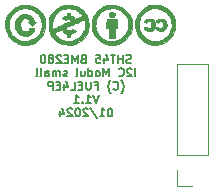
<source format=gbr>
%TF.GenerationSoftware,KiCad,Pcbnew,6.0.11-2627ca5db0~126~ubuntu22.04.1*%
%TF.CreationDate,2024-01-15T10:29:38+01:00*%
%TF.ProjectId,I2C_Module_SHT45_BME280_small_FUEL4EP,4932435f-4d6f-4647-956c-655f53485434,V1.1*%
%TF.SameCoordinates,Original*%
%TF.FileFunction,Legend,Bot*%
%TF.FilePolarity,Positive*%
%FSLAX46Y46*%
G04 Gerber Fmt 4.6, Leading zero omitted, Abs format (unit mm)*
G04 Created by KiCad (PCBNEW 6.0.11-2627ca5db0~126~ubuntu22.04.1) date 2024-01-15 10:29:38*
%MOMM*%
%LPD*%
G01*
G04 APERTURE LIST*
%ADD10C,0.152400*%
%ADD11C,0.120000*%
%ADD12C,0.010000*%
%ADD13R,1.700000X1.700000*%
%ADD14O,1.700000X1.700000*%
G04 APERTURE END LIST*
D10*
X14628333Y11114666D02*
X14528333Y11081333D01*
X14361666Y11081333D01*
X14295000Y11114666D01*
X14261666Y11148000D01*
X14228333Y11214666D01*
X14228333Y11281333D01*
X14261666Y11348000D01*
X14295000Y11381333D01*
X14361666Y11414666D01*
X14495000Y11448000D01*
X14561666Y11481333D01*
X14595000Y11514666D01*
X14628333Y11581333D01*
X14628333Y11648000D01*
X14595000Y11714666D01*
X14561666Y11748000D01*
X14495000Y11781333D01*
X14328333Y11781333D01*
X14228333Y11748000D01*
X13928333Y11081333D02*
X13928333Y11781333D01*
X13928333Y11448000D02*
X13528333Y11448000D01*
X13528333Y11081333D02*
X13528333Y11781333D01*
X13295000Y11781333D02*
X12895000Y11781333D01*
X13095000Y11081333D02*
X13095000Y11781333D01*
X12361666Y11548000D02*
X12361666Y11081333D01*
X12528333Y11814666D02*
X12695000Y11314666D01*
X12261666Y11314666D01*
X11661666Y11781333D02*
X11995000Y11781333D01*
X12028333Y11448000D01*
X11995000Y11481333D01*
X11928333Y11514666D01*
X11761666Y11514666D01*
X11695000Y11481333D01*
X11661666Y11448000D01*
X11628333Y11381333D01*
X11628333Y11214666D01*
X11661666Y11148000D01*
X11695000Y11114666D01*
X11761666Y11081333D01*
X11928333Y11081333D01*
X11995000Y11114666D01*
X12028333Y11148000D01*
X10561666Y11448000D02*
X10461666Y11414666D01*
X10428333Y11381333D01*
X10395000Y11314666D01*
X10395000Y11214666D01*
X10428333Y11148000D01*
X10461666Y11114666D01*
X10528333Y11081333D01*
X10795000Y11081333D01*
X10795000Y11781333D01*
X10561666Y11781333D01*
X10495000Y11748000D01*
X10461666Y11714666D01*
X10428333Y11648000D01*
X10428333Y11581333D01*
X10461666Y11514666D01*
X10495000Y11481333D01*
X10561666Y11448000D01*
X10795000Y11448000D01*
X10095000Y11081333D02*
X10095000Y11781333D01*
X9861666Y11281333D01*
X9628333Y11781333D01*
X9628333Y11081333D01*
X9295000Y11448000D02*
X9061666Y11448000D01*
X8961666Y11081333D02*
X9295000Y11081333D01*
X9295000Y11781333D01*
X8961666Y11781333D01*
X8695000Y11714666D02*
X8661666Y11748000D01*
X8595000Y11781333D01*
X8428333Y11781333D01*
X8361666Y11748000D01*
X8328333Y11714666D01*
X8295000Y11648000D01*
X8295000Y11581333D01*
X8328333Y11481333D01*
X8728333Y11081333D01*
X8295000Y11081333D01*
X7895000Y11481333D02*
X7961666Y11514666D01*
X7995000Y11548000D01*
X8028333Y11614666D01*
X8028333Y11648000D01*
X7995000Y11714666D01*
X7961666Y11748000D01*
X7895000Y11781333D01*
X7761666Y11781333D01*
X7695000Y11748000D01*
X7661666Y11714666D01*
X7628333Y11648000D01*
X7628333Y11614666D01*
X7661666Y11548000D01*
X7695000Y11514666D01*
X7761666Y11481333D01*
X7895000Y11481333D01*
X7961666Y11448000D01*
X7995000Y11414666D01*
X8028333Y11348000D01*
X8028333Y11214666D01*
X7995000Y11148000D01*
X7961666Y11114666D01*
X7895000Y11081333D01*
X7761666Y11081333D01*
X7695000Y11114666D01*
X7661666Y11148000D01*
X7628333Y11214666D01*
X7628333Y11348000D01*
X7661666Y11414666D01*
X7695000Y11448000D01*
X7761666Y11481333D01*
X7195000Y11781333D02*
X7128333Y11781333D01*
X7061666Y11748000D01*
X7028333Y11714666D01*
X6995000Y11648000D01*
X6961666Y11514666D01*
X6961666Y11348000D01*
X6995000Y11214666D01*
X7028333Y11148000D01*
X7061666Y11114666D01*
X7128333Y11081333D01*
X7195000Y11081333D01*
X7261666Y11114666D01*
X7295000Y11148000D01*
X7328333Y11214666D01*
X7361666Y11348000D01*
X7361666Y11514666D01*
X7328333Y11648000D01*
X7295000Y11714666D01*
X7261666Y11748000D01*
X7195000Y11781333D01*
X14978333Y9954333D02*
X14978333Y10654333D01*
X14678333Y10587666D02*
X14645000Y10621000D01*
X14578333Y10654333D01*
X14411666Y10654333D01*
X14345000Y10621000D01*
X14311666Y10587666D01*
X14278333Y10521000D01*
X14278333Y10454333D01*
X14311666Y10354333D01*
X14711666Y9954333D01*
X14278333Y9954333D01*
X13578333Y10021000D02*
X13611666Y9987666D01*
X13711666Y9954333D01*
X13778333Y9954333D01*
X13878333Y9987666D01*
X13945000Y10054333D01*
X13978333Y10121000D01*
X14011666Y10254333D01*
X14011666Y10354333D01*
X13978333Y10487666D01*
X13945000Y10554333D01*
X13878333Y10621000D01*
X13778333Y10654333D01*
X13711666Y10654333D01*
X13611666Y10621000D01*
X13578333Y10587666D01*
X12745000Y9954333D02*
X12745000Y10654333D01*
X12511666Y10154333D01*
X12278333Y10654333D01*
X12278333Y9954333D01*
X11845000Y9954333D02*
X11911666Y9987666D01*
X11945000Y10021000D01*
X11978333Y10087666D01*
X11978333Y10287666D01*
X11945000Y10354333D01*
X11911666Y10387666D01*
X11845000Y10421000D01*
X11745000Y10421000D01*
X11678333Y10387666D01*
X11645000Y10354333D01*
X11611666Y10287666D01*
X11611666Y10087666D01*
X11645000Y10021000D01*
X11678333Y9987666D01*
X11745000Y9954333D01*
X11845000Y9954333D01*
X11011666Y9954333D02*
X11011666Y10654333D01*
X11011666Y9987666D02*
X11078333Y9954333D01*
X11211666Y9954333D01*
X11278333Y9987666D01*
X11311666Y10021000D01*
X11345000Y10087666D01*
X11345000Y10287666D01*
X11311666Y10354333D01*
X11278333Y10387666D01*
X11211666Y10421000D01*
X11078333Y10421000D01*
X11011666Y10387666D01*
X10378333Y10421000D02*
X10378333Y9954333D01*
X10678333Y10421000D02*
X10678333Y10054333D01*
X10645000Y9987666D01*
X10578333Y9954333D01*
X10478333Y9954333D01*
X10411666Y9987666D01*
X10378333Y10021000D01*
X9945000Y9954333D02*
X10011666Y9987666D01*
X10045000Y10054333D01*
X10045000Y10654333D01*
X9178333Y9987666D02*
X9111666Y9954333D01*
X8978333Y9954333D01*
X8911666Y9987666D01*
X8878333Y10054333D01*
X8878333Y10087666D01*
X8911666Y10154333D01*
X8978333Y10187666D01*
X9078333Y10187666D01*
X9145000Y10221000D01*
X9178333Y10287666D01*
X9178333Y10321000D01*
X9145000Y10387666D01*
X9078333Y10421000D01*
X8978333Y10421000D01*
X8911666Y10387666D01*
X8578333Y9954333D02*
X8578333Y10421000D01*
X8578333Y10354333D02*
X8545000Y10387666D01*
X8478333Y10421000D01*
X8378333Y10421000D01*
X8311666Y10387666D01*
X8278333Y10321000D01*
X8278333Y9954333D01*
X8278333Y10321000D02*
X8245000Y10387666D01*
X8178333Y10421000D01*
X8078333Y10421000D01*
X8011666Y10387666D01*
X7978333Y10321000D01*
X7978333Y9954333D01*
X7345000Y9954333D02*
X7345000Y10321000D01*
X7378333Y10387666D01*
X7445000Y10421000D01*
X7578333Y10421000D01*
X7645000Y10387666D01*
X7345000Y9987666D02*
X7411666Y9954333D01*
X7578333Y9954333D01*
X7645000Y9987666D01*
X7678333Y10054333D01*
X7678333Y10121000D01*
X7645000Y10187666D01*
X7578333Y10221000D01*
X7411666Y10221000D01*
X7345000Y10254333D01*
X6911666Y9954333D02*
X6978333Y9987666D01*
X7011666Y10054333D01*
X7011666Y10654333D01*
X6545000Y9954333D02*
X6611666Y9987666D01*
X6645000Y10054333D01*
X6645000Y10654333D01*
X13778333Y8560666D02*
X13811666Y8594000D01*
X13878333Y8694000D01*
X13911666Y8760666D01*
X13945000Y8860666D01*
X13978333Y9027333D01*
X13978333Y9160666D01*
X13945000Y9327333D01*
X13911666Y9427333D01*
X13878333Y9494000D01*
X13811666Y9594000D01*
X13778333Y9627333D01*
X13111666Y8894000D02*
X13145000Y8860666D01*
X13245000Y8827333D01*
X13311666Y8827333D01*
X13411666Y8860666D01*
X13478333Y8927333D01*
X13511666Y8994000D01*
X13545000Y9127333D01*
X13545000Y9227333D01*
X13511666Y9360666D01*
X13478333Y9427333D01*
X13411666Y9494000D01*
X13311666Y9527333D01*
X13245000Y9527333D01*
X13145000Y9494000D01*
X13111666Y9460666D01*
X12878333Y8560666D02*
X12845000Y8594000D01*
X12778333Y8694000D01*
X12745000Y8760666D01*
X12711666Y8860666D01*
X12678333Y9027333D01*
X12678333Y9160666D01*
X12711666Y9327333D01*
X12745000Y9427333D01*
X12778333Y9494000D01*
X12845000Y9594000D01*
X12878333Y9627333D01*
X11578333Y9194000D02*
X11811666Y9194000D01*
X11811666Y8827333D02*
X11811666Y9527333D01*
X11478333Y9527333D01*
X11211666Y9527333D02*
X11211666Y8960666D01*
X11178333Y8894000D01*
X11145000Y8860666D01*
X11078333Y8827333D01*
X10945000Y8827333D01*
X10878333Y8860666D01*
X10845000Y8894000D01*
X10811666Y8960666D01*
X10811666Y9527333D01*
X10478333Y9194000D02*
X10245000Y9194000D01*
X10145000Y8827333D02*
X10478333Y8827333D01*
X10478333Y9527333D01*
X10145000Y9527333D01*
X9511666Y8827333D02*
X9845000Y8827333D01*
X9845000Y9527333D01*
X8978333Y9294000D02*
X8978333Y8827333D01*
X9145000Y9560666D02*
X9311666Y9060666D01*
X8878333Y9060666D01*
X8611666Y9194000D02*
X8378333Y9194000D01*
X8278333Y8827333D02*
X8611666Y8827333D01*
X8611666Y9527333D01*
X8278333Y9527333D01*
X7978333Y8827333D02*
X7978333Y9527333D01*
X7711666Y9527333D01*
X7645000Y9494000D01*
X7611666Y9460666D01*
X7578333Y9394000D01*
X7578333Y9294000D01*
X7611666Y9227333D01*
X7645000Y9194000D01*
X7711666Y9160666D01*
X7978333Y9160666D01*
X11861666Y8400333D02*
X11628333Y7700333D01*
X11395000Y8400333D01*
X10795000Y7700333D02*
X11195000Y7700333D01*
X10995000Y7700333D02*
X10995000Y8400333D01*
X11061666Y8300333D01*
X11128333Y8233666D01*
X11195000Y8200333D01*
X10495000Y7767000D02*
X10461666Y7733666D01*
X10495000Y7700333D01*
X10528333Y7733666D01*
X10495000Y7767000D01*
X10495000Y7700333D01*
X9795000Y7700333D02*
X10195000Y7700333D01*
X9995000Y7700333D02*
X9995000Y8400333D01*
X10061666Y8300333D01*
X10128333Y8233666D01*
X10195000Y8200333D01*
X12861666Y7273333D02*
X12795000Y7273333D01*
X12728333Y7240000D01*
X12695000Y7206666D01*
X12661666Y7140000D01*
X12628333Y7006666D01*
X12628333Y6840000D01*
X12661666Y6706666D01*
X12695000Y6640000D01*
X12728333Y6606666D01*
X12795000Y6573333D01*
X12861666Y6573333D01*
X12928333Y6606666D01*
X12961666Y6640000D01*
X12995000Y6706666D01*
X13028333Y6840000D01*
X13028333Y7006666D01*
X12995000Y7140000D01*
X12961666Y7206666D01*
X12928333Y7240000D01*
X12861666Y7273333D01*
X11961666Y6573333D02*
X12361666Y6573333D01*
X12161666Y6573333D02*
X12161666Y7273333D01*
X12228333Y7173333D01*
X12295000Y7106666D01*
X12361666Y7073333D01*
X11161666Y7306666D02*
X11761666Y6406666D01*
X10961666Y7206666D02*
X10928333Y7240000D01*
X10861666Y7273333D01*
X10695000Y7273333D01*
X10628333Y7240000D01*
X10595000Y7206666D01*
X10561666Y7140000D01*
X10561666Y7073333D01*
X10595000Y6973333D01*
X10995000Y6573333D01*
X10561666Y6573333D01*
X10128333Y7273333D02*
X10061666Y7273333D01*
X9995000Y7240000D01*
X9961666Y7206666D01*
X9928333Y7140000D01*
X9895000Y7006666D01*
X9895000Y6840000D01*
X9928333Y6706666D01*
X9961666Y6640000D01*
X9995000Y6606666D01*
X10061666Y6573333D01*
X10128333Y6573333D01*
X10195000Y6606666D01*
X10228333Y6640000D01*
X10261666Y6706666D01*
X10295000Y6840000D01*
X10295000Y7006666D01*
X10261666Y7140000D01*
X10228333Y7206666D01*
X10195000Y7240000D01*
X10128333Y7273333D01*
X9628333Y7206666D02*
X9595000Y7240000D01*
X9528333Y7273333D01*
X9361666Y7273333D01*
X9295000Y7240000D01*
X9261666Y7206666D01*
X9228333Y7140000D01*
X9228333Y7073333D01*
X9261666Y6973333D01*
X9661666Y6573333D01*
X9228333Y6573333D01*
X8628333Y7040000D02*
X8628333Y6573333D01*
X8795000Y7306666D02*
X8961666Y6806666D01*
X8528333Y6806666D01*
D11*
%TO.C,J1*%
X21142000Y3302000D02*
X21142000Y10982000D01*
X18482000Y3302000D02*
X21142000Y3302000D01*
X18482000Y2032000D02*
X18482000Y702000D01*
X18482000Y10982000D02*
X21142000Y10982000D01*
X18482000Y3302000D02*
X18482000Y10982000D01*
X18482000Y702000D02*
X19812000Y702000D01*
%TO.C,LOGO1*%
G36*
X16305130Y14842360D02*
G01*
X16326323Y14835924D01*
X16429868Y14783217D01*
X16520396Y14701781D01*
X16590807Y14597699D01*
X16598354Y14582753D01*
X16622806Y14527873D01*
X16636852Y14477179D01*
X16643255Y14417199D01*
X16644776Y14334466D01*
X16644772Y14329224D01*
X16642834Y14246197D01*
X16635545Y14185024D01*
X16620270Y14132083D01*
X16594378Y14073751D01*
X16529645Y13972070D01*
X16438540Y13887716D01*
X16328572Y13833507D01*
X16242730Y13814967D01*
X16120788Y13811762D01*
X16000046Y13830822D01*
X15895126Y13870886D01*
X15881872Y13878476D01*
X15826161Y13917384D01*
X15773453Y13963472D01*
X15730432Y14009745D01*
X15703781Y14049211D01*
X15700183Y14074876D01*
X15711268Y14084235D01*
X15748190Y14106104D01*
X15800054Y14132174D01*
X15890776Y14174665D01*
X15953066Y14108618D01*
X15971506Y14089600D01*
X16009513Y14058752D01*
X16050027Y14045436D01*
X16109860Y14042571D01*
X16115733Y14042587D01*
X16175968Y14046719D01*
X16217400Y14062031D01*
X16255925Y14094133D01*
X16304182Y14165098D01*
X16333294Y14257068D01*
X16341591Y14358448D01*
X16328204Y14458439D01*
X16292265Y14546244D01*
X16263866Y14581532D01*
X16199094Y14622287D01*
X16123499Y14635630D01*
X16048397Y14618221D01*
X16045336Y14616727D01*
X15993814Y14583366D01*
X15953776Y14544653D01*
X15920357Y14500271D01*
X15817358Y14552230D01*
X15768001Y14578330D01*
X15725131Y14603659D01*
X15705165Y14619063D01*
X15705184Y14636019D01*
X15726081Y14672093D01*
X15764988Y14716166D01*
X15815115Y14760823D01*
X15869669Y14798651D01*
X15902924Y14814993D01*
X15994550Y14842246D01*
X16101138Y14856796D01*
X16209170Y14857286D01*
X16305130Y14842360D01*
G37*
D12*
X16305130Y14842360D02*
X16326323Y14835924D01*
X16429868Y14783217D01*
X16520396Y14701781D01*
X16590807Y14597699D01*
X16598354Y14582753D01*
X16622806Y14527873D01*
X16636852Y14477179D01*
X16643255Y14417199D01*
X16644776Y14334466D01*
X16644772Y14329224D01*
X16642834Y14246197D01*
X16635545Y14185024D01*
X16620270Y14132083D01*
X16594378Y14073751D01*
X16529645Y13972070D01*
X16438540Y13887716D01*
X16328572Y13833507D01*
X16242730Y13814967D01*
X16120788Y13811762D01*
X16000046Y13830822D01*
X15895126Y13870886D01*
X15881872Y13878476D01*
X15826161Y13917384D01*
X15773453Y13963472D01*
X15730432Y14009745D01*
X15703781Y14049211D01*
X15700183Y14074876D01*
X15711268Y14084235D01*
X15748190Y14106104D01*
X15800054Y14132174D01*
X15890776Y14174665D01*
X15953066Y14108618D01*
X15971506Y14089600D01*
X16009513Y14058752D01*
X16050027Y14045436D01*
X16109860Y14042571D01*
X16115733Y14042587D01*
X16175968Y14046719D01*
X16217400Y14062031D01*
X16255925Y14094133D01*
X16304182Y14165098D01*
X16333294Y14257068D01*
X16341591Y14358448D01*
X16328204Y14458439D01*
X16292265Y14546244D01*
X16263866Y14581532D01*
X16199094Y14622287D01*
X16123499Y14635630D01*
X16048397Y14618221D01*
X16045336Y14616727D01*
X15993814Y14583366D01*
X15953776Y14544653D01*
X15920357Y14500271D01*
X15817358Y14552230D01*
X15768001Y14578330D01*
X15725131Y14603659D01*
X15705165Y14619063D01*
X15705184Y14636019D01*
X15726081Y14672093D01*
X15764988Y14716166D01*
X15815115Y14760823D01*
X15869669Y14798651D01*
X15902924Y14814993D01*
X15994550Y14842246D01*
X16101138Y14856796D01*
X16209170Y14857286D01*
X16305130Y14842360D01*
G36*
X11024227Y14135195D02*
G01*
X11011240Y14027670D01*
X10988542Y13921890D01*
X10954817Y13806714D01*
X10884692Y13628426D01*
X10771378Y13425547D01*
X10630020Y13238542D01*
X10464369Y13070679D01*
X10278176Y12925226D01*
X10075193Y12805450D01*
X9859169Y12714619D01*
X9633857Y12656000D01*
X9474262Y12635621D01*
X9238059Y12633744D01*
X9000989Y12663474D01*
X8771724Y12724124D01*
X8641117Y12774351D01*
X8464135Y12864749D01*
X8296822Y12979851D01*
X8130556Y13125048D01*
X8125904Y13129532D01*
X7965616Y13304698D01*
X7838282Y13489850D01*
X7768402Y13633579D01*
X8119693Y13633579D01*
X8143568Y13586785D01*
X8188539Y13524332D01*
X8251663Y13450332D01*
X8329995Y13368895D01*
X8332648Y13366283D01*
X8467326Y13244738D01*
X8600386Y13149399D01*
X8743548Y13072957D01*
X8908535Y13008103D01*
X8943764Y12996913D01*
X9005111Y12982206D01*
X9075579Y12972127D01*
X9164217Y12965538D01*
X9280072Y12961299D01*
X9388452Y12959818D01*
X9513948Y12963885D01*
X9620907Y12976810D01*
X9719375Y13000556D01*
X9819396Y13037081D01*
X9931015Y13088346D01*
X9968274Y13107239D01*
X10161274Y13227601D01*
X10328369Y13373255D01*
X10470253Y13544895D01*
X10587621Y13743214D01*
X10638522Y13856357D01*
X10686672Y14005589D01*
X10713568Y14161972D01*
X10722114Y14338347D01*
X10722026Y14354139D01*
X10718101Y14442544D01*
X10709288Y14534325D01*
X10696877Y14621558D01*
X10682154Y14696314D01*
X10666406Y14750671D01*
X10650921Y14776700D01*
X10650554Y14776775D01*
X10629369Y14769906D01*
X10579495Y14750240D01*
X10505020Y14719552D01*
X10410031Y14679618D01*
X10298615Y14632213D01*
X10174860Y14579113D01*
X10042855Y14522093D01*
X9906685Y14462929D01*
X9770440Y14403397D01*
X9638207Y14345272D01*
X9514074Y14290330D01*
X9402127Y14240346D01*
X9306455Y14197095D01*
X9231145Y14162354D01*
X9180286Y14137898D01*
X9156677Y14125395D01*
X9129860Y14103487D01*
X9118891Y14071870D01*
X9116786Y14017280D01*
X9116786Y14016263D01*
X9120294Y13958233D01*
X9134228Y13921939D01*
X9163917Y13893371D01*
X9216592Y13868618D01*
X9298174Y13857343D01*
X9391703Y13863921D01*
X9487567Y13886738D01*
X9576156Y13924180D01*
X9647860Y13974633D01*
X9689529Y14013778D01*
X9810149Y13893159D01*
X9930769Y13772539D01*
X9886634Y13735403D01*
X9822539Y13690317D01*
X9724090Y13639186D01*
X9619325Y13599560D01*
X9524334Y13578411D01*
X9417642Y13566340D01*
X9407072Y13307786D01*
X9211747Y13307786D01*
X9209624Y13433546D01*
X9207500Y13559306D01*
X9121792Y13581225D01*
X9003069Y13624825D01*
X8896592Y13692383D01*
X8814131Y13777762D01*
X8761300Y13876365D01*
X8759542Y13881274D01*
X8742537Y13918469D01*
X8728653Y13933714D01*
X8707091Y13926648D01*
X8659151Y13907208D01*
X8591484Y13878354D01*
X8510700Y13843045D01*
X8423405Y13804242D01*
X8336208Y13764903D01*
X8255718Y13727988D01*
X8188543Y13696456D01*
X8141290Y13673268D01*
X8120569Y13661381D01*
X8119858Y13660604D01*
X8119693Y13633579D01*
X7768402Y13633579D01*
X7740977Y13689986D01*
X7670772Y13910104D01*
X7660545Y13956016D01*
X7638830Y14107650D01*
X7629034Y14276358D01*
X7630288Y14378907D01*
X7933473Y14378907D01*
X7935989Y14200265D01*
X7958171Y14038036D01*
X7971258Y14003817D01*
X7989508Y13988531D01*
X7990351Y13988651D01*
X8014909Y13997612D01*
X8067911Y14019502D01*
X8145250Y14052492D01*
X8242816Y14094752D01*
X8356499Y14144453D01*
X8482191Y14199764D01*
X8615782Y14258858D01*
X8753163Y14319904D01*
X8890225Y14381073D01*
X9022858Y14440536D01*
X9146954Y14496462D01*
X9258404Y14547024D01*
X9353097Y14590390D01*
X9426925Y14624733D01*
X9475780Y14648221D01*
X9495550Y14659027D01*
X9503080Y14681936D01*
X9499440Y14722796D01*
X9477866Y14762481D01*
X9426805Y14797104D01*
X9355078Y14815512D01*
X9269525Y14816989D01*
X9176987Y14800818D01*
X9084304Y14766283D01*
X8998379Y14724537D01*
X8779617Y14940643D01*
X8829615Y14980703D01*
X8836416Y14985867D01*
X8896686Y15020466D01*
X8977556Y15054976D01*
X9065886Y15084338D01*
X9148536Y15103492D01*
X9216572Y15114644D01*
X9216572Y15367000D01*
X9416143Y15367000D01*
X9416143Y15240346D01*
X9416231Y15206343D01*
X9418150Y15153453D01*
X9425003Y15124300D01*
X9439921Y15110245D01*
X9466036Y15102645D01*
X9526204Y15087222D01*
X9653212Y15036016D01*
X9749521Y14966262D01*
X9814740Y14878213D01*
X9851466Y14806224D01*
X10055626Y14897080D01*
X10131024Y14930548D01*
X10224871Y14972009D01*
X10309509Y15009202D01*
X10372978Y15036861D01*
X10373456Y15037068D01*
X10430278Y15064385D01*
X10470834Y15089069D01*
X10486370Y15105798D01*
X10473662Y15133075D01*
X10438369Y15178246D01*
X10385972Y15235813D01*
X10321956Y15300424D01*
X10251806Y15366730D01*
X10181006Y15429380D01*
X10115043Y15483024D01*
X10059399Y15522312D01*
X10030134Y15540011D01*
X9837339Y15632978D01*
X9631585Y15695119D01*
X9418437Y15725978D01*
X9203457Y15725100D01*
X8992208Y15692028D01*
X8790252Y15626307D01*
X8630805Y15544762D01*
X8465478Y15428488D01*
X8314527Y15289372D01*
X8183428Y15133210D01*
X8077659Y14965798D01*
X8002697Y14792931D01*
X7984247Y14731230D01*
X7949826Y14560412D01*
X7933473Y14378907D01*
X7630288Y14378907D01*
X7631149Y14449346D01*
X7645172Y14613819D01*
X7671098Y14756983D01*
X7682903Y14801855D01*
X7765330Y15032233D01*
X7879435Y15246326D01*
X8023523Y15441769D01*
X8195901Y15616197D01*
X8394874Y15767245D01*
X8498162Y15828988D01*
X8709759Y15924957D01*
X8936036Y15991843D01*
X9171503Y16028952D01*
X9410671Y16035590D01*
X9648051Y16011064D01*
X9878154Y15954681D01*
X9994511Y15910483D01*
X10178682Y15815061D01*
X10357717Y15692616D01*
X10524261Y15548408D01*
X10670957Y15387698D01*
X10792681Y15218877D01*
X10854271Y15105798D01*
X10891731Y15037021D01*
X10962013Y14845986D01*
X11005955Y14639086D01*
X11025984Y14409632D01*
X11026327Y14400056D01*
X11027391Y14338347D01*
X11028817Y14255610D01*
X11024227Y14135195D01*
G37*
X11024227Y14135195D02*
X11011240Y14027670D01*
X10988542Y13921890D01*
X10954817Y13806714D01*
X10884692Y13628426D01*
X10771378Y13425547D01*
X10630020Y13238542D01*
X10464369Y13070679D01*
X10278176Y12925226D01*
X10075193Y12805450D01*
X9859169Y12714619D01*
X9633857Y12656000D01*
X9474262Y12635621D01*
X9238059Y12633744D01*
X9000989Y12663474D01*
X8771724Y12724124D01*
X8641117Y12774351D01*
X8464135Y12864749D01*
X8296822Y12979851D01*
X8130556Y13125048D01*
X8125904Y13129532D01*
X7965616Y13304698D01*
X7838282Y13489850D01*
X7768402Y13633579D01*
X8119693Y13633579D01*
X8143568Y13586785D01*
X8188539Y13524332D01*
X8251663Y13450332D01*
X8329995Y13368895D01*
X8332648Y13366283D01*
X8467326Y13244738D01*
X8600386Y13149399D01*
X8743548Y13072957D01*
X8908535Y13008103D01*
X8943764Y12996913D01*
X9005111Y12982206D01*
X9075579Y12972127D01*
X9164217Y12965538D01*
X9280072Y12961299D01*
X9388452Y12959818D01*
X9513948Y12963885D01*
X9620907Y12976810D01*
X9719375Y13000556D01*
X9819396Y13037081D01*
X9931015Y13088346D01*
X9968274Y13107239D01*
X10161274Y13227601D01*
X10328369Y13373255D01*
X10470253Y13544895D01*
X10587621Y13743214D01*
X10638522Y13856357D01*
X10686672Y14005589D01*
X10713568Y14161972D01*
X10722114Y14338347D01*
X10722026Y14354139D01*
X10718101Y14442544D01*
X10709288Y14534325D01*
X10696877Y14621558D01*
X10682154Y14696314D01*
X10666406Y14750671D01*
X10650921Y14776700D01*
X10650554Y14776775D01*
X10629369Y14769906D01*
X10579495Y14750240D01*
X10505020Y14719552D01*
X10410031Y14679618D01*
X10298615Y14632213D01*
X10174860Y14579113D01*
X10042855Y14522093D01*
X9906685Y14462929D01*
X9770440Y14403397D01*
X9638207Y14345272D01*
X9514074Y14290330D01*
X9402127Y14240346D01*
X9306455Y14197095D01*
X9231145Y14162354D01*
X9180286Y14137898D01*
X9156677Y14125395D01*
X9129860Y14103487D01*
X9118891Y14071870D01*
X9116786Y14017280D01*
X9116786Y14016263D01*
X9120294Y13958233D01*
X9134228Y13921939D01*
X9163917Y13893371D01*
X9216592Y13868618D01*
X9298174Y13857343D01*
X9391703Y13863921D01*
X9487567Y13886738D01*
X9576156Y13924180D01*
X9647860Y13974633D01*
X9689529Y14013778D01*
X9810149Y13893159D01*
X9930769Y13772539D01*
X9886634Y13735403D01*
X9822539Y13690317D01*
X9724090Y13639186D01*
X9619325Y13599560D01*
X9524334Y13578411D01*
X9417642Y13566340D01*
X9407072Y13307786D01*
X9211747Y13307786D01*
X9209624Y13433546D01*
X9207500Y13559306D01*
X9121792Y13581225D01*
X9003069Y13624825D01*
X8896592Y13692383D01*
X8814131Y13777762D01*
X8761300Y13876365D01*
X8759542Y13881274D01*
X8742537Y13918469D01*
X8728653Y13933714D01*
X8707091Y13926648D01*
X8659151Y13907208D01*
X8591484Y13878354D01*
X8510700Y13843045D01*
X8423405Y13804242D01*
X8336208Y13764903D01*
X8255718Y13727988D01*
X8188543Y13696456D01*
X8141290Y13673268D01*
X8120569Y13661381D01*
X8119858Y13660604D01*
X8119693Y13633579D01*
X7768402Y13633579D01*
X7740977Y13689986D01*
X7670772Y13910104D01*
X7660545Y13956016D01*
X7638830Y14107650D01*
X7629034Y14276358D01*
X7630288Y14378907D01*
X7933473Y14378907D01*
X7935989Y14200265D01*
X7958171Y14038036D01*
X7971258Y14003817D01*
X7989508Y13988531D01*
X7990351Y13988651D01*
X8014909Y13997612D01*
X8067911Y14019502D01*
X8145250Y14052492D01*
X8242816Y14094752D01*
X8356499Y14144453D01*
X8482191Y14199764D01*
X8615782Y14258858D01*
X8753163Y14319904D01*
X8890225Y14381073D01*
X9022858Y14440536D01*
X9146954Y14496462D01*
X9258404Y14547024D01*
X9353097Y14590390D01*
X9426925Y14624733D01*
X9475780Y14648221D01*
X9495550Y14659027D01*
X9503080Y14681936D01*
X9499440Y14722796D01*
X9477866Y14762481D01*
X9426805Y14797104D01*
X9355078Y14815512D01*
X9269525Y14816989D01*
X9176987Y14800818D01*
X9084304Y14766283D01*
X8998379Y14724537D01*
X8779617Y14940643D01*
X8829615Y14980703D01*
X8836416Y14985867D01*
X8896686Y15020466D01*
X8977556Y15054976D01*
X9065886Y15084338D01*
X9148536Y15103492D01*
X9216572Y15114644D01*
X9216572Y15367000D01*
X9416143Y15367000D01*
X9416143Y15240346D01*
X9416231Y15206343D01*
X9418150Y15153453D01*
X9425003Y15124300D01*
X9439921Y15110245D01*
X9466036Y15102645D01*
X9526204Y15087222D01*
X9653212Y15036016D01*
X9749521Y14966262D01*
X9814740Y14878213D01*
X9851466Y14806224D01*
X10055626Y14897080D01*
X10131024Y14930548D01*
X10224871Y14972009D01*
X10309509Y15009202D01*
X10372978Y15036861D01*
X10373456Y15037068D01*
X10430278Y15064385D01*
X10470834Y15089069D01*
X10486370Y15105798D01*
X10473662Y15133075D01*
X10438369Y15178246D01*
X10385972Y15235813D01*
X10321956Y15300424D01*
X10251806Y15366730D01*
X10181006Y15429380D01*
X10115043Y15483024D01*
X10059399Y15522312D01*
X10030134Y15540011D01*
X9837339Y15632978D01*
X9631585Y15695119D01*
X9418437Y15725978D01*
X9203457Y15725100D01*
X8992208Y15692028D01*
X8790252Y15626307D01*
X8630805Y15544762D01*
X8465478Y15428488D01*
X8314527Y15289372D01*
X8183428Y15133210D01*
X8077659Y14965798D01*
X8002697Y14792931D01*
X7984247Y14731230D01*
X7949826Y14560412D01*
X7933473Y14378907D01*
X7630288Y14378907D01*
X7631149Y14449346D01*
X7645172Y14613819D01*
X7671098Y14756983D01*
X7682903Y14801855D01*
X7765330Y15032233D01*
X7879435Y15246326D01*
X8023523Y15441769D01*
X8195901Y15616197D01*
X8394874Y15767245D01*
X8498162Y15828988D01*
X8709759Y15924957D01*
X8936036Y15991843D01*
X9171503Y16028952D01*
X9410671Y16035590D01*
X9648051Y16011064D01*
X9878154Y15954681D01*
X9994511Y15910483D01*
X10178682Y15815061D01*
X10357717Y15692616D01*
X10524261Y15548408D01*
X10670957Y15387698D01*
X10792681Y15218877D01*
X10854271Y15105798D01*
X10891731Y15037021D01*
X10962013Y14845986D01*
X11005955Y14639086D01*
X11025984Y14409632D01*
X11026327Y14400056D01*
X11027391Y14338347D01*
X11028817Y14255610D01*
X11024227Y14135195D01*
G36*
X17225851Y14853506D02*
G01*
X17312564Y14837432D01*
X17312867Y14837341D01*
X17397605Y14796362D01*
X17479931Y14729680D01*
X17549897Y14647042D01*
X17597555Y14558195D01*
X17615748Y14498547D01*
X17634053Y14367497D01*
X17628380Y14233074D01*
X17598688Y14110548D01*
X17567717Y14044954D01*
X17492183Y13946314D01*
X17394229Y13869982D01*
X17281072Y13822501D01*
X17239044Y13816335D01*
X17172805Y13812966D01*
X17099643Y13813712D01*
X17035562Y13819043D01*
X16927414Y13845772D01*
X16834971Y13898157D01*
X16747814Y13981155D01*
X16672780Y14066398D01*
X16763104Y14117985D01*
X16777833Y14126314D01*
X16838118Y14156758D01*
X16877887Y14166635D01*
X16904724Y14156328D01*
X16926213Y14126218D01*
X16958234Y14087058D01*
X17019584Y14053462D01*
X17092913Y14041639D01*
X17167622Y14052892D01*
X17233111Y14088522D01*
X17250001Y14104074D01*
X17297607Y14173918D01*
X17321108Y14264833D01*
X17321720Y14380835D01*
X17314060Y14442943D01*
X17289801Y14523277D01*
X17248088Y14579314D01*
X17185283Y14617361D01*
X17160781Y14625820D01*
X17080000Y14631239D01*
X17004835Y14605083D01*
X16945091Y14550097D01*
X16906645Y14496104D01*
X16799252Y14555088D01*
X16745301Y14587276D01*
X16706520Y14615326D01*
X16691644Y14632973D01*
X16695348Y14645746D01*
X16721751Y14681390D01*
X16766408Y14724943D01*
X16820831Y14769203D01*
X16876535Y14806967D01*
X16925031Y14831035D01*
X16933446Y14833839D01*
X17019953Y14851439D01*
X17122868Y14858085D01*
X17225851Y14853506D01*
G37*
X17225851Y14853506D02*
X17312564Y14837432D01*
X17312867Y14837341D01*
X17397605Y14796362D01*
X17479931Y14729680D01*
X17549897Y14647042D01*
X17597555Y14558195D01*
X17615748Y14498547D01*
X17634053Y14367497D01*
X17628380Y14233074D01*
X17598688Y14110548D01*
X17567717Y14044954D01*
X17492183Y13946314D01*
X17394229Y13869982D01*
X17281072Y13822501D01*
X17239044Y13816335D01*
X17172805Y13812966D01*
X17099643Y13813712D01*
X17035562Y13819043D01*
X16927414Y13845772D01*
X16834971Y13898157D01*
X16747814Y13981155D01*
X16672780Y14066398D01*
X16763104Y14117985D01*
X16777833Y14126314D01*
X16838118Y14156758D01*
X16877887Y14166635D01*
X16904724Y14156328D01*
X16926213Y14126218D01*
X16958234Y14087058D01*
X17019584Y14053462D01*
X17092913Y14041639D01*
X17167622Y14052892D01*
X17233111Y14088522D01*
X17250001Y14104074D01*
X17297607Y14173918D01*
X17321108Y14264833D01*
X17321720Y14380835D01*
X17314060Y14442943D01*
X17289801Y14523277D01*
X17248088Y14579314D01*
X17185283Y14617361D01*
X17160781Y14625820D01*
X17080000Y14631239D01*
X17004835Y14605083D01*
X16945091Y14550097D01*
X16906645Y14496104D01*
X16799252Y14555088D01*
X16745301Y14587276D01*
X16706520Y14615326D01*
X16691644Y14632973D01*
X16695348Y14645746D01*
X16721751Y14681390D01*
X16766408Y14724943D01*
X16820831Y14769203D01*
X16876535Y14806967D01*
X16925031Y14831035D01*
X16933446Y14833839D01*
X17019953Y14851439D01*
X17122868Y14858085D01*
X17225851Y14853506D01*
G36*
X18337776Y14011617D02*
G01*
X18277444Y13783552D01*
X18185938Y13566493D01*
X18063783Y13365053D01*
X18028113Y13316736D01*
X17860853Y13125970D01*
X17672853Y12964929D01*
X17464750Y12834029D01*
X17237183Y12733686D01*
X16990786Y12664316D01*
X16857539Y12642437D01*
X16625207Y12632037D01*
X16393219Y12654872D01*
X16165492Y12709313D01*
X15945941Y12793727D01*
X15738485Y12906484D01*
X15547038Y13045952D01*
X15375518Y13210501D01*
X15227842Y13398500D01*
X15187390Y13462073D01*
X15086442Y13663914D01*
X15014168Y13881749D01*
X14970982Y14110389D01*
X14957301Y14344644D01*
X14962560Y14420647D01*
X15267008Y14420647D01*
X15269317Y14206274D01*
X15303890Y13997284D01*
X15369725Y13797389D01*
X15465824Y13610302D01*
X15591184Y13439736D01*
X15744807Y13289403D01*
X15854485Y13208235D01*
X16006059Y13118164D01*
X16165449Y13043542D01*
X16318581Y12991671D01*
X16374876Y12978927D01*
X16527947Y12958936D01*
X16692996Y12954299D01*
X16855230Y12965028D01*
X16999857Y12991133D01*
X17046160Y13004019D01*
X17247670Y13081972D01*
X17437635Y13190558D01*
X17609303Y13325391D01*
X17755925Y13482090D01*
X17813496Y13559720D01*
X17924416Y13749871D01*
X18002092Y13949201D01*
X18046738Y14154462D01*
X18058572Y14362407D01*
X18037809Y14569788D01*
X17984664Y14773356D01*
X17899355Y14969865D01*
X17782097Y15156066D01*
X17633106Y15328712D01*
X17584782Y15374834D01*
X17410208Y15510049D01*
X17219454Y15613450D01*
X17015153Y15684056D01*
X16799940Y15720882D01*
X16576447Y15722946D01*
X16451449Y15709743D01*
X16237537Y15662404D01*
X16041355Y15584195D01*
X15860396Y15474003D01*
X15692151Y15330714D01*
X15640267Y15277713D01*
X15512239Y15123571D01*
X15413973Y14963176D01*
X15340746Y14789252D01*
X15297961Y14636689D01*
X15267008Y14420647D01*
X14962560Y14420647D01*
X14973539Y14579325D01*
X15020110Y14809242D01*
X15097431Y15029206D01*
X15104245Y15044624D01*
X15216104Y15250692D01*
X15357776Y15440031D01*
X15525534Y15609324D01*
X15715651Y15755256D01*
X15924400Y15874512D01*
X16148053Y15963777D01*
X16187275Y15975538D01*
X16385548Y16016688D01*
X16598613Y16034539D01*
X16815843Y16029229D01*
X17026616Y16000898D01*
X17220305Y15949686D01*
X17228187Y15946945D01*
X17447427Y15851196D01*
X17651054Y15724451D01*
X17835913Y15569727D01*
X17998852Y15390041D01*
X18136716Y15188412D01*
X18246352Y14967857D01*
X18256859Y14941721D01*
X18326476Y14715741D01*
X18362817Y14482323D01*
X18364641Y14362407D01*
X18366409Y14246077D01*
X18337776Y14011617D01*
G37*
X18337776Y14011617D02*
X18277444Y13783552D01*
X18185938Y13566493D01*
X18063783Y13365053D01*
X18028113Y13316736D01*
X17860853Y13125970D01*
X17672853Y12964929D01*
X17464750Y12834029D01*
X17237183Y12733686D01*
X16990786Y12664316D01*
X16857539Y12642437D01*
X16625207Y12632037D01*
X16393219Y12654872D01*
X16165492Y12709313D01*
X15945941Y12793727D01*
X15738485Y12906484D01*
X15547038Y13045952D01*
X15375518Y13210501D01*
X15227842Y13398500D01*
X15187390Y13462073D01*
X15086442Y13663914D01*
X15014168Y13881749D01*
X14970982Y14110389D01*
X14957301Y14344644D01*
X14962560Y14420647D01*
X15267008Y14420647D01*
X15269317Y14206274D01*
X15303890Y13997284D01*
X15369725Y13797389D01*
X15465824Y13610302D01*
X15591184Y13439736D01*
X15744807Y13289403D01*
X15854485Y13208235D01*
X16006059Y13118164D01*
X16165449Y13043542D01*
X16318581Y12991671D01*
X16374876Y12978927D01*
X16527947Y12958936D01*
X16692996Y12954299D01*
X16855230Y12965028D01*
X16999857Y12991133D01*
X17046160Y13004019D01*
X17247670Y13081972D01*
X17437635Y13190558D01*
X17609303Y13325391D01*
X17755925Y13482090D01*
X17813496Y13559720D01*
X17924416Y13749871D01*
X18002092Y13949201D01*
X18046738Y14154462D01*
X18058572Y14362407D01*
X18037809Y14569788D01*
X17984664Y14773356D01*
X17899355Y14969865D01*
X17782097Y15156066D01*
X17633106Y15328712D01*
X17584782Y15374834D01*
X17410208Y15510049D01*
X17219454Y15613450D01*
X17015153Y15684056D01*
X16799940Y15720882D01*
X16576447Y15722946D01*
X16451449Y15709743D01*
X16237537Y15662404D01*
X16041355Y15584195D01*
X15860396Y15474003D01*
X15692151Y15330714D01*
X15640267Y15277713D01*
X15512239Y15123571D01*
X15413973Y14963176D01*
X15340746Y14789252D01*
X15297961Y14636689D01*
X15267008Y14420647D01*
X14962560Y14420647D01*
X14973539Y14579325D01*
X15020110Y14809242D01*
X15097431Y15029206D01*
X15104245Y15044624D01*
X15216104Y15250692D01*
X15357776Y15440031D01*
X15525534Y15609324D01*
X15715651Y15755256D01*
X15924400Y15874512D01*
X16148053Y15963777D01*
X16187275Y15975538D01*
X16385548Y16016688D01*
X16598613Y16034539D01*
X16815843Y16029229D01*
X17026616Y16000898D01*
X17220305Y15949686D01*
X17228187Y15946945D01*
X17447427Y15851196D01*
X17651054Y15724451D01*
X17835913Y15569727D01*
X17998852Y15390041D01*
X18136716Y15188412D01*
X18246352Y14967857D01*
X18256859Y14941721D01*
X18326476Y14715741D01*
X18362817Y14482323D01*
X18364641Y14362407D01*
X18366409Y14246077D01*
X18337776Y14011617D01*
G36*
X13118983Y14858744D02*
G01*
X13222921Y14857688D01*
X13299652Y14855505D01*
X13353890Y14851868D01*
X13390354Y14846451D01*
X13413759Y14838929D01*
X13428822Y14828974D01*
X13428952Y14828856D01*
X13440213Y14815717D01*
X13448602Y14796289D01*
X13454533Y14765571D01*
X13458423Y14718566D01*
X13460688Y14650273D01*
X13461741Y14555694D01*
X13462000Y14429831D01*
X13462000Y14060714D01*
X13262429Y14060714D01*
X13262429Y13226143D01*
X12736286Y13226143D01*
X12736286Y14060714D01*
X12536715Y14060714D01*
X12536715Y14431347D01*
X12536780Y14491441D01*
X12537547Y14605593D01*
X12539449Y14690319D01*
X12542826Y14750396D01*
X12548020Y14790600D01*
X12555373Y14815706D01*
X12565225Y14830490D01*
X12575096Y14837826D01*
X12596315Y14845563D01*
X12630911Y14851211D01*
X12683467Y14855075D01*
X12758561Y14857458D01*
X12860775Y14858665D01*
X12994689Y14859000D01*
X13118983Y14858744D01*
G37*
X13118983Y14858744D02*
X13222921Y14857688D01*
X13299652Y14855505D01*
X13353890Y14851868D01*
X13390354Y14846451D01*
X13413759Y14838929D01*
X13428822Y14828974D01*
X13428952Y14828856D01*
X13440213Y14815717D01*
X13448602Y14796289D01*
X13454533Y14765571D01*
X13458423Y14718566D01*
X13460688Y14650273D01*
X13461741Y14555694D01*
X13462000Y14429831D01*
X13462000Y14060714D01*
X13262429Y14060714D01*
X13262429Y13226143D01*
X12736286Y13226143D01*
X12736286Y14060714D01*
X12536715Y14060714D01*
X12536715Y14431347D01*
X12536780Y14491441D01*
X12537547Y14605593D01*
X12539449Y14690319D01*
X12542826Y14750396D01*
X12548020Y14790600D01*
X12555373Y14815706D01*
X12565225Y14830490D01*
X12575096Y14837826D01*
X12596315Y14845563D01*
X12630911Y14851211D01*
X12683467Y14855075D01*
X12758561Y14857458D01*
X12860775Y14858665D01*
X12994689Y14859000D01*
X13118983Y14858744D01*
G36*
X14690317Y14177119D02*
G01*
X14677917Y14044273D01*
X14658731Y13934711D01*
X14602197Y13747259D01*
X14508870Y13542078D01*
X14384286Y13349494D01*
X14226044Y13165236D01*
X14121147Y13063679D01*
X13935209Y12915751D01*
X13738754Y12799934D01*
X13527131Y12713672D01*
X13295685Y12654412D01*
X13226505Y12644564D01*
X13107241Y12636830D01*
X12973834Y12636003D01*
X12838780Y12641765D01*
X12714577Y12653798D01*
X12613722Y12671783D01*
X12417457Y12731458D01*
X12191784Y12833074D01*
X11982204Y12966694D01*
X11786780Y13133400D01*
X11637523Y13296295D01*
X11506740Y13484700D01*
X11406871Y13688480D01*
X11335515Y13911775D01*
X11323849Y13965638D01*
X11303432Y14115943D01*
X11294435Y14282790D01*
X11295144Y14332857D01*
X11604125Y14332857D01*
X11606159Y14228658D01*
X11617035Y14094930D01*
X11639582Y13976441D01*
X11676362Y13861046D01*
X11729937Y13736597D01*
X11817153Y13583464D01*
X11944003Y13421816D01*
X12095259Y13276829D01*
X12265039Y13153344D01*
X12447461Y13056204D01*
X12636643Y12990249D01*
X12798769Y12959145D01*
X13014685Y12946880D01*
X13228990Y12966027D01*
X13432932Y13016301D01*
X13548813Y13059558D01*
X13652587Y13109836D01*
X13753706Y13173202D01*
X13865246Y13256934D01*
X13892456Y13279154D01*
X14049454Y13433233D01*
X14180823Y13609270D01*
X14283204Y13802107D01*
X14353241Y14006587D01*
X14359128Y14031571D01*
X14380215Y14172345D01*
X14387167Y14328393D01*
X14380404Y14487375D01*
X14360347Y14636953D01*
X14327415Y14764789D01*
X14323424Y14776093D01*
X14237764Y14966039D01*
X14123102Y15144426D01*
X13984183Y15306386D01*
X13825753Y15447050D01*
X13652559Y15561550D01*
X13469345Y15645018D01*
X13412007Y15664013D01*
X13194577Y15712389D01*
X12973434Y15725956D01*
X12752631Y15705014D01*
X12536218Y15649860D01*
X12328250Y15560794D01*
X12260943Y15522551D01*
X12183690Y15469049D01*
X12102642Y15401032D01*
X12008654Y15311361D01*
X11932517Y15233857D01*
X11874448Y15168893D01*
X11829441Y15109067D01*
X11790333Y15044833D01*
X11749960Y14966647D01*
X11743975Y14954408D01*
X11685572Y14825491D01*
X11645301Y14711547D01*
X11620246Y14599906D01*
X11607493Y14477899D01*
X11604125Y14332857D01*
X11295144Y14332857D01*
X11296853Y14453480D01*
X11310681Y14615319D01*
X11335912Y14755610D01*
X11387024Y14923727D01*
X11485774Y15144329D01*
X11614970Y15348087D01*
X11772370Y15532093D01*
X11955738Y15693441D01*
X12162833Y15829224D01*
X12355769Y15919814D01*
X12579079Y15988746D01*
X12812143Y16027260D01*
X13049514Y16035202D01*
X13285742Y16012415D01*
X13515379Y15958745D01*
X13732978Y15874035D01*
X13845069Y15815024D01*
X14043847Y15680863D01*
X14222142Y15520705D01*
X14376928Y15338354D01*
X14505181Y15137611D01*
X14603876Y14922279D01*
X14669989Y14696158D01*
X14685036Y14596120D01*
X14694052Y14464967D01*
X14695671Y14328393D01*
X14695754Y14321325D01*
X14690317Y14177119D01*
G37*
X14690317Y14177119D02*
X14677917Y14044273D01*
X14658731Y13934711D01*
X14602197Y13747259D01*
X14508870Y13542078D01*
X14384286Y13349494D01*
X14226044Y13165236D01*
X14121147Y13063679D01*
X13935209Y12915751D01*
X13738754Y12799934D01*
X13527131Y12713672D01*
X13295685Y12654412D01*
X13226505Y12644564D01*
X13107241Y12636830D01*
X12973834Y12636003D01*
X12838780Y12641765D01*
X12714577Y12653798D01*
X12613722Y12671783D01*
X12417457Y12731458D01*
X12191784Y12833074D01*
X11982204Y12966694D01*
X11786780Y13133400D01*
X11637523Y13296295D01*
X11506740Y13484700D01*
X11406871Y13688480D01*
X11335515Y13911775D01*
X11323849Y13965638D01*
X11303432Y14115943D01*
X11294435Y14282790D01*
X11295144Y14332857D01*
X11604125Y14332857D01*
X11606159Y14228658D01*
X11617035Y14094930D01*
X11639582Y13976441D01*
X11676362Y13861046D01*
X11729937Y13736597D01*
X11817153Y13583464D01*
X11944003Y13421816D01*
X12095259Y13276829D01*
X12265039Y13153344D01*
X12447461Y13056204D01*
X12636643Y12990249D01*
X12798769Y12959145D01*
X13014685Y12946880D01*
X13228990Y12966027D01*
X13432932Y13016301D01*
X13548813Y13059558D01*
X13652587Y13109836D01*
X13753706Y13173202D01*
X13865246Y13256934D01*
X13892456Y13279154D01*
X14049454Y13433233D01*
X14180823Y13609270D01*
X14283204Y13802107D01*
X14353241Y14006587D01*
X14359128Y14031571D01*
X14380215Y14172345D01*
X14387167Y14328393D01*
X14380404Y14487375D01*
X14360347Y14636953D01*
X14327415Y14764789D01*
X14323424Y14776093D01*
X14237764Y14966039D01*
X14123102Y15144426D01*
X13984183Y15306386D01*
X13825753Y15447050D01*
X13652559Y15561550D01*
X13469345Y15645018D01*
X13412007Y15664013D01*
X13194577Y15712389D01*
X12973434Y15725956D01*
X12752631Y15705014D01*
X12536218Y15649860D01*
X12328250Y15560794D01*
X12260943Y15522551D01*
X12183690Y15469049D01*
X12102642Y15401032D01*
X12008654Y15311361D01*
X11932517Y15233857D01*
X11874448Y15168893D01*
X11829441Y15109067D01*
X11790333Y15044833D01*
X11749960Y14966647D01*
X11743975Y14954408D01*
X11685572Y14825491D01*
X11645301Y14711547D01*
X11620246Y14599906D01*
X11607493Y14477899D01*
X11604125Y14332857D01*
X11295144Y14332857D01*
X11296853Y14453480D01*
X11310681Y14615319D01*
X11335912Y14755610D01*
X11387024Y14923727D01*
X11485774Y15144329D01*
X11614970Y15348087D01*
X11772370Y15532093D01*
X11955738Y15693441D01*
X12162833Y15829224D01*
X12355769Y15919814D01*
X12579079Y15988746D01*
X12812143Y16027260D01*
X13049514Y16035202D01*
X13285742Y16012415D01*
X13515379Y15958745D01*
X13732978Y15874035D01*
X13845069Y15815024D01*
X14043847Y15680863D01*
X14222142Y15520705D01*
X14376928Y15338354D01*
X14505181Y15137611D01*
X14603876Y14922279D01*
X14669989Y14696158D01*
X14685036Y14596120D01*
X14694052Y14464967D01*
X14695671Y14328393D01*
X14695754Y14321325D01*
X14690317Y14177119D01*
G36*
X7365089Y14269870D02*
G01*
X7340270Y14023411D01*
X7281709Y13790121D01*
X7189632Y13570569D01*
X7064265Y13365322D01*
X6905835Y13174946D01*
X6827194Y13096722D01*
X6642819Y12943356D01*
X6446912Y12821978D01*
X6234513Y12729789D01*
X6000660Y12663988D01*
X5943783Y12653267D01*
X5775739Y12636121D01*
X5594223Y12635276D01*
X5412846Y12650422D01*
X5245218Y12681247D01*
X5140427Y12711218D01*
X4925345Y12798385D01*
X4720429Y12915275D01*
X4531614Y13057691D01*
X4364835Y13221432D01*
X4226024Y13402302D01*
X4184260Y13470049D01*
X4082670Y13678847D01*
X4011069Y13900856D01*
X3969492Y14131318D01*
X3957971Y14365479D01*
X3963478Y14434619D01*
X4268957Y14434619D01*
X4271689Y14223655D01*
X4303184Y14015351D01*
X4362438Y13817341D01*
X4448448Y13637261D01*
X4487206Y13575883D01*
X4613551Y13417335D01*
X4765565Y13274321D01*
X4936378Y13152018D01*
X5119122Y13055601D01*
X5306929Y12990249D01*
X5349797Y12980249D01*
X5511222Y12955781D01*
X5680650Y12947321D01*
X5838501Y12956128D01*
X5859211Y12958847D01*
X6065302Y13005374D01*
X6261502Y13084100D01*
X6444245Y13191759D01*
X6609967Y13325082D01*
X6755103Y13480800D01*
X6876087Y13655645D01*
X6969355Y13846350D01*
X7031341Y14049645D01*
X7037280Y14080329D01*
X7051242Y14204146D01*
X7054746Y14343047D01*
X7048244Y14484449D01*
X7032189Y14615774D01*
X7007035Y14724438D01*
X6998820Y14749441D01*
X6913292Y14947828D01*
X6797495Y15133938D01*
X6655951Y15302294D01*
X6493183Y15447421D01*
X6313715Y15563842D01*
X6280731Y15581173D01*
X6135749Y15645820D01*
X5991752Y15688577D01*
X5837205Y15712192D01*
X5660572Y15719413D01*
X5651576Y15719400D01*
X5507368Y15715183D01*
X5385557Y15701436D01*
X5273540Y15675260D01*
X5158715Y15633756D01*
X5028481Y15574027D01*
X4913608Y15509496D01*
X4748040Y15385507D01*
X4600184Y15236598D01*
X4474666Y15068408D01*
X4376107Y14886577D01*
X4309134Y14696744D01*
X4295993Y14640610D01*
X4268957Y14434619D01*
X3963478Y14434619D01*
X3976539Y14598583D01*
X4025231Y14825874D01*
X4104079Y15042595D01*
X4213117Y15243993D01*
X4344055Y15421844D01*
X4512704Y15597777D01*
X4701393Y15746684D01*
X4906738Y15865938D01*
X5125357Y15952909D01*
X5260011Y15989490D01*
X5505158Y16028935D01*
X5748193Y16034227D01*
X5986101Y16006259D01*
X6215871Y15945925D01*
X6434488Y15854119D01*
X6638942Y15731734D01*
X6826217Y15579665D01*
X6993303Y15398804D01*
X7124604Y15214645D01*
X7232570Y15011866D01*
X7307745Y14799631D01*
X7351698Y14573432D01*
X7365165Y14343047D01*
X7366000Y14328760D01*
X7365089Y14269870D01*
G37*
X7365089Y14269870D02*
X7340270Y14023411D01*
X7281709Y13790121D01*
X7189632Y13570569D01*
X7064265Y13365322D01*
X6905835Y13174946D01*
X6827194Y13096722D01*
X6642819Y12943356D01*
X6446912Y12821978D01*
X6234513Y12729789D01*
X6000660Y12663988D01*
X5943783Y12653267D01*
X5775739Y12636121D01*
X5594223Y12635276D01*
X5412846Y12650422D01*
X5245218Y12681247D01*
X5140427Y12711218D01*
X4925345Y12798385D01*
X4720429Y12915275D01*
X4531614Y13057691D01*
X4364835Y13221432D01*
X4226024Y13402302D01*
X4184260Y13470049D01*
X4082670Y13678847D01*
X4011069Y13900856D01*
X3969492Y14131318D01*
X3957971Y14365479D01*
X3963478Y14434619D01*
X4268957Y14434619D01*
X4271689Y14223655D01*
X4303184Y14015351D01*
X4362438Y13817341D01*
X4448448Y13637261D01*
X4487206Y13575883D01*
X4613551Y13417335D01*
X4765565Y13274321D01*
X4936378Y13152018D01*
X5119122Y13055601D01*
X5306929Y12990249D01*
X5349797Y12980249D01*
X5511222Y12955781D01*
X5680650Y12947321D01*
X5838501Y12956128D01*
X5859211Y12958847D01*
X6065302Y13005374D01*
X6261502Y13084100D01*
X6444245Y13191759D01*
X6609967Y13325082D01*
X6755103Y13480800D01*
X6876087Y13655645D01*
X6969355Y13846350D01*
X7031341Y14049645D01*
X7037280Y14080329D01*
X7051242Y14204146D01*
X7054746Y14343047D01*
X7048244Y14484449D01*
X7032189Y14615774D01*
X7007035Y14724438D01*
X6998820Y14749441D01*
X6913292Y14947828D01*
X6797495Y15133938D01*
X6655951Y15302294D01*
X6493183Y15447421D01*
X6313715Y15563842D01*
X6280731Y15581173D01*
X6135749Y15645820D01*
X5991752Y15688577D01*
X5837205Y15712192D01*
X5660572Y15719413D01*
X5651576Y15719400D01*
X5507368Y15715183D01*
X5385557Y15701436D01*
X5273540Y15675260D01*
X5158715Y15633756D01*
X5028481Y15574027D01*
X4913608Y15509496D01*
X4748040Y15385507D01*
X4600184Y15236598D01*
X4474666Y15068408D01*
X4376107Y14886577D01*
X4309134Y14696744D01*
X4295993Y14640610D01*
X4268957Y14434619D01*
X3963478Y14434619D01*
X3976539Y14598583D01*
X4025231Y14825874D01*
X4104079Y15042595D01*
X4213117Y15243993D01*
X4344055Y15421844D01*
X4512704Y15597777D01*
X4701393Y15746684D01*
X4906738Y15865938D01*
X5125357Y15952909D01*
X5260011Y15989490D01*
X5505158Y16028935D01*
X5748193Y16034227D01*
X5986101Y16006259D01*
X6215871Y15945925D01*
X6434488Y15854119D01*
X6638942Y15731734D01*
X6826217Y15579665D01*
X6993303Y15398804D01*
X7124604Y15214645D01*
X7232570Y15011866D01*
X7307745Y14799631D01*
X7351698Y14573432D01*
X7365165Y14343047D01*
X7366000Y14328760D01*
X7365089Y14269870D01*
G36*
X13104279Y15414325D02*
G01*
X13174444Y15367061D01*
X13198101Y15341111D01*
X13216276Y15308618D01*
X13224325Y15265308D01*
X13226143Y15198485D01*
X13222664Y15134464D01*
X13201596Y15055563D01*
X13159336Y15001778D01*
X13093466Y14968925D01*
X13073774Y14963956D01*
X12992263Y14958523D01*
X12910456Y14971972D01*
X12845155Y15002061D01*
X12839794Y15006164D01*
X12791287Y15065933D01*
X12764425Y15143509D01*
X12759920Y15227987D01*
X12778485Y15308461D01*
X12820833Y15374028D01*
X12857066Y15402401D01*
X12934829Y15432206D01*
X13020821Y15436110D01*
X13104279Y15414325D01*
G37*
X13104279Y15414325D02*
X13174444Y15367061D01*
X13198101Y15341111D01*
X13216276Y15308618D01*
X13224325Y15265308D01*
X13226143Y15198485D01*
X13222664Y15134464D01*
X13201596Y15055563D01*
X13159336Y15001778D01*
X13093466Y14968925D01*
X13073774Y14963956D01*
X12992263Y14958523D01*
X12910456Y14971972D01*
X12845155Y15002061D01*
X12839794Y15006164D01*
X12791287Y15065933D01*
X12764425Y15143509D01*
X12759920Y15227987D01*
X12778485Y15308461D01*
X12820833Y15374028D01*
X12857066Y15402401D01*
X12934829Y15432206D01*
X13020821Y15436110D01*
X13104279Y15414325D01*
G36*
X5804679Y15218763D02*
G01*
X5912686Y15197445D01*
X6024281Y15154223D01*
X6153054Y15072910D01*
X6259387Y14963870D01*
X6344012Y14826308D01*
X6407661Y14659429D01*
X6411478Y14646733D01*
X6429536Y14601297D01*
X6452850Y14578831D01*
X6491202Y14568714D01*
X6550761Y14559643D01*
X6386880Y14396735D01*
X6223000Y14233828D01*
X6059162Y14396735D01*
X6054386Y14401484D01*
X5988869Y14467041D01*
X5946141Y14511738D01*
X5923334Y14539932D01*
X5917582Y14555984D01*
X5926016Y14564251D01*
X5945769Y14569092D01*
X5961904Y14572725D01*
X5987873Y14589198D01*
X5990320Y14623521D01*
X5983274Y14653371D01*
X5948353Y14722815D01*
X5895282Y14786252D01*
X5834538Y14829806D01*
X5802528Y14843452D01*
X5689630Y14870526D01*
X5575675Y14869149D01*
X5469517Y14840204D01*
X5380013Y14784571D01*
X5361054Y14766105D01*
X5303879Y14682115D01*
X5262724Y14574909D01*
X5238163Y14452048D01*
X5230767Y14321090D01*
X5241108Y14189595D01*
X5269757Y14065121D01*
X5317286Y13955228D01*
X5356268Y13895712D01*
X5432344Y13820015D01*
X5522939Y13776055D01*
X5631570Y13761663D01*
X5681399Y13762768D01*
X5746393Y13767676D01*
X5791775Y13775227D01*
X5824027Y13787450D01*
X5895733Y13836382D01*
X5954628Y13904830D01*
X5989569Y13981190D01*
X6009594Y14060714D01*
X6437442Y14060714D01*
X6414920Y13965464D01*
X6389496Y13880692D01*
X6319777Y13739208D01*
X6223239Y13617706D01*
X6103840Y13519836D01*
X5965537Y13449246D01*
X5812285Y13409588D01*
X5762772Y13403693D01*
X5582488Y13403635D01*
X5411060Y13437039D01*
X5252019Y13502560D01*
X5108895Y13598853D01*
X4985218Y13724576D01*
X4948173Y13774342D01*
X4866170Y13925125D01*
X4814329Y14093444D01*
X4793367Y14276343D01*
X4804003Y14470868D01*
X4829891Y14600251D01*
X4890063Y14762952D01*
X4976483Y14906252D01*
X5086543Y15026837D01*
X5217637Y15121394D01*
X5367156Y15186608D01*
X5419964Y15200657D01*
X5544337Y15220092D01*
X5677236Y15226219D01*
X5804679Y15218763D01*
G37*
X5804679Y15218763D02*
X5912686Y15197445D01*
X6024281Y15154223D01*
X6153054Y15072910D01*
X6259387Y14963870D01*
X6344012Y14826308D01*
X6407661Y14659429D01*
X6411478Y14646733D01*
X6429536Y14601297D01*
X6452850Y14578831D01*
X6491202Y14568714D01*
X6550761Y14559643D01*
X6386880Y14396735D01*
X6223000Y14233828D01*
X6059162Y14396735D01*
X6054386Y14401484D01*
X5988869Y14467041D01*
X5946141Y14511738D01*
X5923334Y14539932D01*
X5917582Y14555984D01*
X5926016Y14564251D01*
X5945769Y14569092D01*
X5961904Y14572725D01*
X5987873Y14589198D01*
X5990320Y14623521D01*
X5983274Y14653371D01*
X5948353Y14722815D01*
X5895282Y14786252D01*
X5834538Y14829806D01*
X5802528Y14843452D01*
X5689630Y14870526D01*
X5575675Y14869149D01*
X5469517Y14840204D01*
X5380013Y14784571D01*
X5361054Y14766105D01*
X5303879Y14682115D01*
X5262724Y14574909D01*
X5238163Y14452048D01*
X5230767Y14321090D01*
X5241108Y14189595D01*
X5269757Y14065121D01*
X5317286Y13955228D01*
X5356268Y13895712D01*
X5432344Y13820015D01*
X5522939Y13776055D01*
X5631570Y13761663D01*
X5681399Y13762768D01*
X5746393Y13767676D01*
X5791775Y13775227D01*
X5824027Y13787450D01*
X5895733Y13836382D01*
X5954628Y13904830D01*
X5989569Y13981190D01*
X6009594Y14060714D01*
X6437442Y14060714D01*
X6414920Y13965464D01*
X6389496Y13880692D01*
X6319777Y13739208D01*
X6223239Y13617706D01*
X6103840Y13519836D01*
X5965537Y13449246D01*
X5812285Y13409588D01*
X5762772Y13403693D01*
X5582488Y13403635D01*
X5411060Y13437039D01*
X5252019Y13502560D01*
X5108895Y13598853D01*
X4985218Y13724576D01*
X4948173Y13774342D01*
X4866170Y13925125D01*
X4814329Y14093444D01*
X4793367Y14276343D01*
X4804003Y14470868D01*
X4829891Y14600251D01*
X4890063Y14762952D01*
X4976483Y14906252D01*
X5086543Y15026837D01*
X5217637Y15121394D01*
X5367156Y15186608D01*
X5419964Y15200657D01*
X5544337Y15220092D01*
X5677236Y15226219D01*
X5804679Y15218763D01*
%TD*%
%LPC*%
D13*
%TO.C,J1*%
X19812000Y2032000D03*
D14*
X19812000Y4572000D03*
X19812000Y7112000D03*
X19812000Y9652000D03*
%TD*%
M02*

</source>
